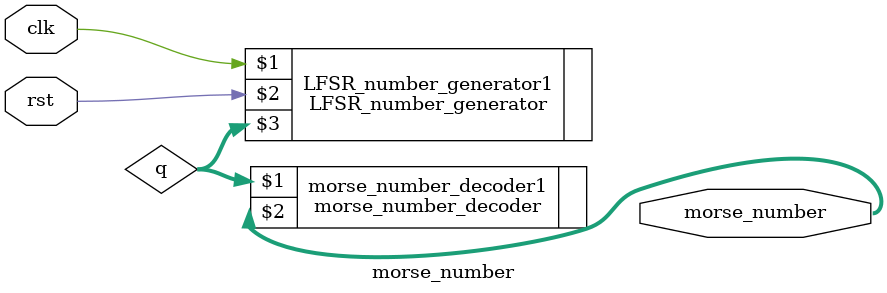
<source format=v>
module morse_number(clk, rst, morse_number);  
   input clk, rst;
   output [3:0] morse_number;
   wire [3:0] q;   

   LFSR_number_generator LFSR_number_generator1(clk, rst, q); 
   morse_number_decoder morse_number_decoder1(q, morse_number); 

endmodule 

</source>
